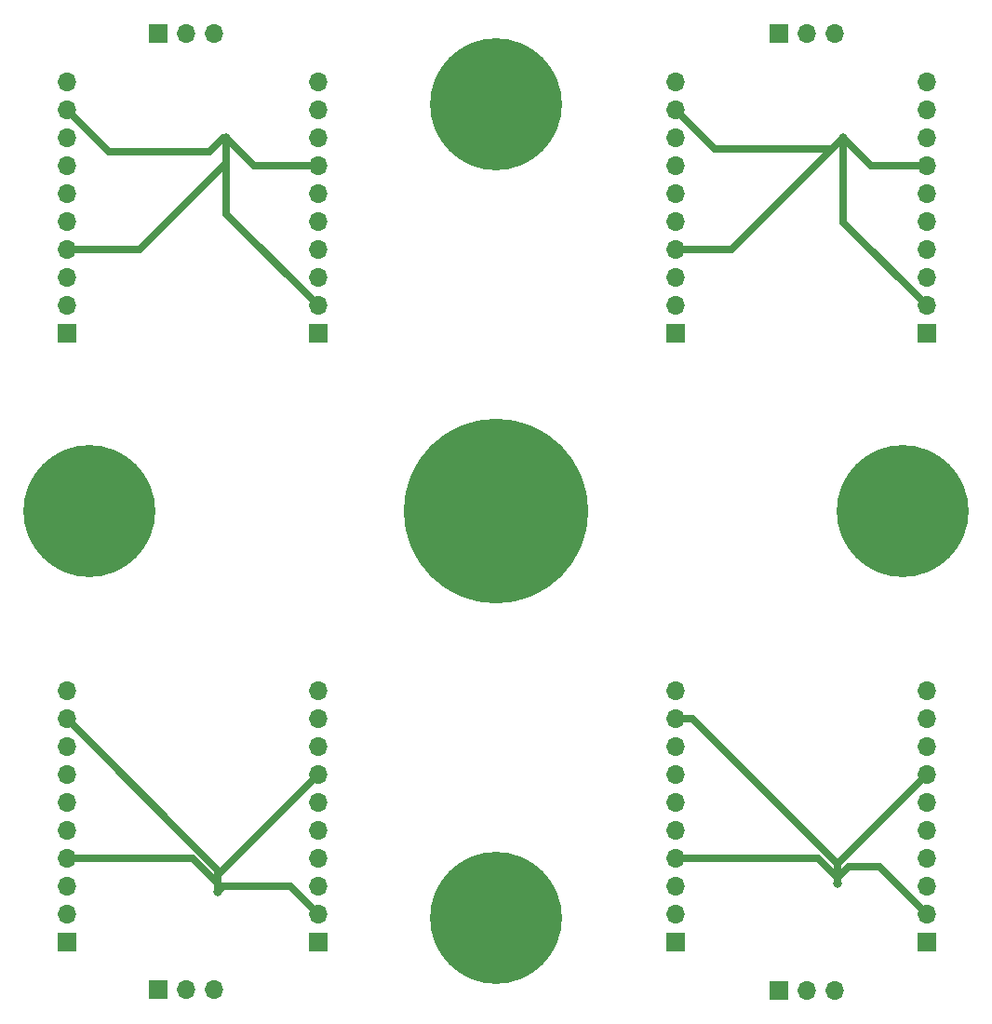
<source format=gbr>
%TF.GenerationSoftware,KiCad,Pcbnew,7.0.5-0*%
%TF.CreationDate,2023-11-28T16:07:23-05:00*%
%TF.ProjectId,quad_sipm,71756164-5f73-4697-906d-2e6b69636164,rev?*%
%TF.SameCoordinates,Original*%
%TF.FileFunction,Copper,L1,Top*%
%TF.FilePolarity,Positive*%
%FSLAX46Y46*%
G04 Gerber Fmt 4.6, Leading zero omitted, Abs format (unit mm)*
G04 Created by KiCad (PCBNEW 7.0.5-0) date 2023-11-28 16:07:23*
%MOMM*%
%LPD*%
G01*
G04 APERTURE LIST*
%TA.AperFunction,ComponentPad*%
%ADD10C,16.800000*%
%TD*%
%TA.AperFunction,ComponentPad*%
%ADD11C,12.000000*%
%TD*%
%TA.AperFunction,ComponentPad*%
%ADD12R,1.700000X1.700000*%
%TD*%
%TA.AperFunction,ComponentPad*%
%ADD13O,1.700000X1.700000*%
%TD*%
%TA.AperFunction,ViaPad*%
%ADD14C,0.800000*%
%TD*%
%TA.AperFunction,Conductor*%
%ADD15C,0.635000*%
%TD*%
G04 APERTURE END LIST*
D10*
%TO.P,H2,1*%
%TO.N,N/C*%
X100000000Y-100000000D03*
%TD*%
D11*
%TO.P,H3,1*%
%TO.N,N/C*%
X100000000Y-137000000D03*
%TD*%
%TO.P,H4,1*%
%TO.N,N/C*%
X137000000Y-100000000D03*
%TD*%
%TO.P,H5,1*%
%TO.N,N/C*%
X63000000Y-100000000D03*
%TD*%
%TO.P,H1,1*%
%TO.N,N/C*%
X100000000Y-63000000D03*
%TD*%
D12*
%TO.P,J7,1,Pin_1*%
%TO.N,unconnected-(J7-Pin_1-Pad1)*%
X139146000Y-83820000D03*
D13*
%TO.P,J7,2,Pin_2*%
%TO.N,Net-(J3-Pin_3)*%
X139146000Y-81280000D03*
%TO.P,J7,3,Pin_3*%
%TO.N,unconnected-(J7-Pin_3-Pad3)*%
X139146000Y-78740000D03*
%TO.P,J7,4,Pin_4*%
%TO.N,Net-(J7-Pin_2-Pad12)*%
X139146000Y-76200000D03*
%TO.P,J7,5,Pin_5*%
%TO.N,unconnected-(J7-Pin_5-Pad5)*%
X139146000Y-73660000D03*
%TO.P,J7,6,Pin_6*%
%TO.N,unconnected-(J7-Pin_6-Pad6)*%
X139146000Y-71120000D03*
%TO.P,J7,7,Pin_7*%
%TO.N,Net-(J3-Pin_3)*%
X139146000Y-68580000D03*
%TO.P,J7,8,Pin_8*%
%TO.N,unconnected-(J7-Pin_8-Pad8)*%
X139146000Y-66040000D03*
%TO.P,J7,9,Pin_9*%
%TO.N,Net-(J7-Pin_2-Pad12)*%
X139146000Y-63500000D03*
%TO.P,J7,10,Pin_10*%
%TO.N,unconnected-(J7-Pin_10-Pad10)*%
X139146000Y-60960000D03*
D12*
%TO.P,J7,11,Pin_1*%
%TO.N,unconnected-(J7-Pin_1-Pad11)*%
X116286000Y-83820000D03*
D13*
%TO.P,J7,12,Pin_2*%
%TO.N,Net-(J7-Pin_2-Pad12)*%
X116286000Y-81280000D03*
%TO.P,J7,13,Pin_3*%
%TO.N,unconnected-(J7-Pin_3-Pad13)*%
X116286000Y-78740000D03*
%TO.P,J7,14,Pin_4*%
%TO.N,Net-(J3-Pin_3)*%
X116286000Y-76200000D03*
%TO.P,J7,15,Pin_5*%
%TO.N,unconnected-(J7-Pin_5-Pad15)*%
X116286000Y-73660000D03*
%TO.P,J7,16,Pin_6*%
%TO.N,unconnected-(J7-Pin_6-Pad16)*%
X116286000Y-71120000D03*
%TO.P,J7,17,Pin_7*%
%TO.N,Net-(J7-Pin_2-Pad12)*%
X116286000Y-68580000D03*
%TO.P,J7,18,Pin_8*%
%TO.N,unconnected-(J7-Pin_8-Pad18)*%
X116286000Y-66040000D03*
%TO.P,J7,19,Pin_9*%
%TO.N,Net-(J3-Pin_3)*%
X116286000Y-63500000D03*
%TO.P,J7,20,Pin_10*%
%TO.N,unconnected-(J7-Pin_10-Pad20)*%
X116286000Y-60960000D03*
%TD*%
D12*
%TO.P,J8,1,Pin_1*%
%TO.N,unconnected-(J8-Pin_1-Pad1)*%
X83774000Y-83820000D03*
D13*
%TO.P,J8,2,Pin_2*%
%TO.N,Net-(J4-Pin_3)*%
X83774000Y-81280000D03*
%TO.P,J8,3,Pin_3*%
%TO.N,unconnected-(J8-Pin_3-Pad3)*%
X83774000Y-78740000D03*
%TO.P,J8,4,Pin_4*%
%TO.N,Net-(J8-Pin_2-Pad12)*%
X83774000Y-76200000D03*
%TO.P,J8,5,Pin_5*%
%TO.N,unconnected-(J8-Pin_5-Pad5)*%
X83774000Y-73660000D03*
%TO.P,J8,6,Pin_6*%
%TO.N,unconnected-(J8-Pin_6-Pad6)*%
X83774000Y-71120000D03*
%TO.P,J8,7,Pin_7*%
%TO.N,Net-(J4-Pin_3)*%
X83774000Y-68580000D03*
%TO.P,J8,8,Pin_8*%
%TO.N,unconnected-(J8-Pin_8-Pad8)*%
X83774000Y-66040000D03*
%TO.P,J8,9,Pin_9*%
%TO.N,Net-(J8-Pin_2-Pad12)*%
X83774000Y-63500000D03*
%TO.P,J8,10,Pin_10*%
%TO.N,unconnected-(J8-Pin_10-Pad10)*%
X83774000Y-60960000D03*
D12*
%TO.P,J8,11,Pin_1*%
%TO.N,unconnected-(J8-Pin_1-Pad11)*%
X60914000Y-83820000D03*
D13*
%TO.P,J8,12,Pin_2*%
%TO.N,Net-(J8-Pin_2-Pad12)*%
X60914000Y-81280000D03*
%TO.P,J8,13,Pin_3*%
%TO.N,unconnected-(J8-Pin_3-Pad13)*%
X60914000Y-78740000D03*
%TO.P,J8,14,Pin_4*%
%TO.N,Net-(J4-Pin_3)*%
X60914000Y-76200000D03*
%TO.P,J8,15,Pin_5*%
%TO.N,unconnected-(J8-Pin_5-Pad15)*%
X60914000Y-73660000D03*
%TO.P,J8,16,Pin_6*%
%TO.N,unconnected-(J8-Pin_6-Pad16)*%
X60914000Y-71120000D03*
%TO.P,J8,17,Pin_7*%
%TO.N,Net-(J8-Pin_2-Pad12)*%
X60914000Y-68580000D03*
%TO.P,J8,18,Pin_8*%
%TO.N,unconnected-(J8-Pin_8-Pad18)*%
X60914000Y-66040000D03*
%TO.P,J8,19,Pin_9*%
%TO.N,Net-(J4-Pin_3)*%
X60914000Y-63500000D03*
%TO.P,J8,20,Pin_10*%
%TO.N,unconnected-(J8-Pin_10-Pad20)*%
X60914000Y-60960000D03*
%TD*%
%TO.P,J6,20,Pin_10*%
%TO.N,unconnected-(J6-Pin_10-Pad20)*%
X60914000Y-116332000D03*
%TO.P,J6,19,Pin_9*%
%TO.N,Net-(J2-Pin_3)*%
X60914000Y-118872000D03*
%TO.P,J6,18,Pin_8*%
%TO.N,unconnected-(J6-Pin_8-Pad18)*%
X60914000Y-121412000D03*
%TO.P,J6,17,Pin_7*%
%TO.N,Net-(J6-Pin_2-Pad12)*%
X60914000Y-123952000D03*
%TO.P,J6,16,Pin_6*%
%TO.N,unconnected-(J6-Pin_6-Pad16)*%
X60914000Y-126492000D03*
%TO.P,J6,15,Pin_5*%
%TO.N,unconnected-(J6-Pin_5-Pad15)*%
X60914000Y-129032000D03*
%TO.P,J6,14,Pin_4*%
%TO.N,Net-(J2-Pin_3)*%
X60914000Y-131572000D03*
%TO.P,J6,13,Pin_3*%
%TO.N,unconnected-(J6-Pin_3-Pad13)*%
X60914000Y-134112000D03*
%TO.P,J6,12,Pin_2*%
%TO.N,Net-(J6-Pin_2-Pad12)*%
X60914000Y-136652000D03*
D12*
%TO.P,J6,11,Pin_1*%
%TO.N,unconnected-(J6-Pin_1-Pad11)*%
X60914000Y-139192000D03*
D13*
%TO.P,J6,10,Pin_10*%
%TO.N,unconnected-(J6-Pin_10-Pad10)*%
X83774000Y-116332000D03*
%TO.P,J6,9,Pin_9*%
%TO.N,Net-(J6-Pin_2-Pad12)*%
X83774000Y-118872000D03*
%TO.P,J6,8,Pin_8*%
%TO.N,unconnected-(J6-Pin_8-Pad8)*%
X83774000Y-121412000D03*
%TO.P,J6,7,Pin_7*%
%TO.N,Net-(J2-Pin_3)*%
X83774000Y-123952000D03*
%TO.P,J6,6,Pin_6*%
%TO.N,unconnected-(J6-Pin_6-Pad6)*%
X83774000Y-126492000D03*
%TO.P,J6,5,Pin_5*%
%TO.N,unconnected-(J6-Pin_5-Pad5)*%
X83774000Y-129032000D03*
%TO.P,J6,4,Pin_4*%
%TO.N,Net-(J6-Pin_2-Pad12)*%
X83774000Y-131572000D03*
%TO.P,J6,3,Pin_3*%
%TO.N,unconnected-(J6-Pin_3-Pad3)*%
X83774000Y-134112000D03*
%TO.P,J6,2,Pin_2*%
%TO.N,Net-(J2-Pin_3)*%
X83774000Y-136652000D03*
D12*
%TO.P,J6,1,Pin_1*%
%TO.N,unconnected-(J6-Pin_1-Pad1)*%
X83774000Y-139192000D03*
%TD*%
%TO.P,J5,1,Pin_1*%
%TO.N,unconnected-(J5-Pin_1-Pad1)*%
X139146000Y-139192000D03*
D13*
%TO.P,J5,2,Pin_2*%
%TO.N,Net-(J1-Pin_3)*%
X139146000Y-136652000D03*
%TO.P,J5,3,Pin_3*%
%TO.N,unconnected-(J5-Pin_3-Pad3)*%
X139146000Y-134112000D03*
%TO.P,J5,4,Pin_4*%
%TO.N,Net-(J5-Pin_2-Pad12)*%
X139146000Y-131572000D03*
%TO.P,J5,5,Pin_5*%
%TO.N,unconnected-(J5-Pin_5-Pad5)*%
X139146000Y-129032000D03*
%TO.P,J5,6,Pin_6*%
%TO.N,unconnected-(J5-Pin_6-Pad6)*%
X139146000Y-126492000D03*
%TO.P,J5,7,Pin_7*%
%TO.N,Net-(J1-Pin_3)*%
X139146000Y-123952000D03*
%TO.P,J5,8,Pin_8*%
%TO.N,unconnected-(J5-Pin_8-Pad8)*%
X139146000Y-121412000D03*
%TO.P,J5,9,Pin_9*%
%TO.N,Net-(J5-Pin_2-Pad12)*%
X139146000Y-118872000D03*
%TO.P,J5,10,Pin_10*%
%TO.N,unconnected-(J5-Pin_10-Pad10)*%
X139146000Y-116332000D03*
D12*
%TO.P,J5,11,Pin_1*%
%TO.N,unconnected-(J5-Pin_1-Pad11)*%
X116286000Y-139192000D03*
D13*
%TO.P,J5,12,Pin_2*%
%TO.N,Net-(J5-Pin_2-Pad12)*%
X116286000Y-136652000D03*
%TO.P,J5,13,Pin_3*%
%TO.N,unconnected-(J5-Pin_3-Pad13)*%
X116286000Y-134112000D03*
%TO.P,J5,14,Pin_4*%
%TO.N,Net-(J1-Pin_3)*%
X116286000Y-131572000D03*
%TO.P,J5,15,Pin_5*%
%TO.N,unconnected-(J5-Pin_5-Pad15)*%
X116286000Y-129032000D03*
%TO.P,J5,16,Pin_6*%
%TO.N,unconnected-(J5-Pin_6-Pad16)*%
X116286000Y-126492000D03*
%TO.P,J5,17,Pin_7*%
%TO.N,Net-(J5-Pin_2-Pad12)*%
X116286000Y-123952000D03*
%TO.P,J5,18,Pin_8*%
%TO.N,unconnected-(J5-Pin_8-Pad18)*%
X116286000Y-121412000D03*
%TO.P,J5,19,Pin_9*%
%TO.N,Net-(J1-Pin_3)*%
X116286000Y-118872000D03*
%TO.P,J5,20,Pin_10*%
%TO.N,unconnected-(J5-Pin_10-Pad20)*%
X116286000Y-116332000D03*
%TD*%
D12*
%TO.P,J1,1,Pin_1*%
%TO.N,Net-(J1-Pin_1)*%
X125685000Y-143555000D03*
D13*
%TO.P,J1,2,Pin_2*%
%TO.N,Net-(J1-Pin_2)*%
X128225000Y-143555000D03*
%TO.P,J1,3,Pin_3*%
%TO.N,Net-(J1-Pin_3)*%
X130765000Y-143555000D03*
%TD*%
D12*
%TO.P,J3,1,Pin_1*%
%TO.N,Net-(J3-Pin_1)*%
X125685000Y-56560000D03*
D13*
%TO.P,J3,2,Pin_2*%
%TO.N,Net-(J3-Pin_2)*%
X128225000Y-56560000D03*
%TO.P,J3,3,Pin_3*%
%TO.N,Net-(J3-Pin_3)*%
X130765000Y-56560000D03*
%TD*%
D12*
%TO.P,J4,1,Pin_1*%
%TO.N,Net-(J4-Pin_1)*%
X69215000Y-56515000D03*
D13*
%TO.P,J4,2,Pin_2*%
%TO.N,Net-(J4-Pin_2)*%
X71755000Y-56515000D03*
%TO.P,J4,3,Pin_3*%
%TO.N,Net-(J4-Pin_3)*%
X74295000Y-56515000D03*
%TD*%
D12*
%TO.P,J2,1,Pin_1*%
%TO.N,Net-(J2-Pin_1)*%
X69215000Y-143510000D03*
D13*
%TO.P,J2,2,Pin_2*%
%TO.N,Net-(J2-Pin_2)*%
X71755000Y-143510000D03*
%TO.P,J2,3,Pin_3*%
%TO.N,Net-(J2-Pin_3)*%
X74295000Y-143510000D03*
%TD*%
D14*
%TO.N,Net-(J1-Pin_3)*%
X131064000Y-133858000D03*
%TO.N,Net-(J2-Pin_3)*%
X74676000Y-134620000D03*
%TO.N,Net-(J3-Pin_3)*%
X131572000Y-66040000D03*
%TO.N,Net-(J4-Pin_3)*%
X75438000Y-66040000D03*
%TD*%
D15*
%TO.N,Net-(J1-Pin_3)*%
X131064000Y-132034000D02*
X131064000Y-132080000D01*
X117856000Y-118872000D02*
X131064000Y-132080000D01*
X131064000Y-132080000D02*
X131064000Y-133350000D01*
X116286000Y-118872000D02*
X117856000Y-118872000D01*
X139146000Y-136652000D02*
X134828000Y-132334000D01*
X134828000Y-132334000D02*
X132080000Y-132334000D01*
X132080000Y-132334000D02*
X131064000Y-133350000D01*
X131064000Y-133350000D02*
X131064000Y-133858000D01*
X116286000Y-131572000D02*
X129286000Y-131572000D01*
X129286000Y-131572000D02*
X131064000Y-133350000D01*
X139146000Y-123952000D02*
X131064000Y-132034000D01*
%TO.N,Net-(J2-Pin_3)*%
X60914000Y-118872000D02*
X74676000Y-132634000D01*
X74676000Y-132634000D02*
X74676000Y-134620000D01*
X74676000Y-133050000D02*
X74676000Y-133858000D01*
X74676000Y-133858000D02*
X74676000Y-134620000D01*
X60914000Y-131572000D02*
X72390000Y-131572000D01*
X72390000Y-131572000D02*
X74676000Y-133858000D01*
X83774000Y-123952000D02*
X74676000Y-133050000D01*
X75184000Y-134112000D02*
X74676000Y-134620000D01*
X75946000Y-134112000D02*
X75184000Y-134112000D01*
X83774000Y-136652000D02*
X81234000Y-134112000D01*
X81234000Y-134112000D02*
X75946000Y-134112000D01*
%TO.N,Net-(J3-Pin_3)*%
X121412000Y-76200000D02*
X130556000Y-67056000D01*
X130556000Y-67056000D02*
X131572000Y-66040000D01*
X119842000Y-67056000D02*
X130556000Y-67056000D01*
X116286000Y-63500000D02*
X119842000Y-67056000D01*
X116286000Y-76200000D02*
X121412000Y-76200000D01*
X139146000Y-81280000D02*
X131572000Y-73706000D01*
X131572000Y-73706000D02*
X131572000Y-66040000D01*
X134112000Y-68580000D02*
X131572000Y-66040000D01*
X139146000Y-68580000D02*
X134112000Y-68580000D01*
%TO.N,Net-(J4-Pin_3)*%
X83774000Y-81280000D02*
X75438000Y-72944000D01*
X75438000Y-72944000D02*
X75438000Y-66040000D01*
X60914000Y-76200000D02*
X67564000Y-76200000D01*
X67564000Y-76200000D02*
X75438000Y-68326000D01*
X75438000Y-68326000D02*
X75438000Y-66040000D01*
X64724000Y-67310000D02*
X73914000Y-67310000D01*
X73914000Y-67310000D02*
X75184000Y-66040000D01*
X60914000Y-63500000D02*
X64724000Y-67310000D01*
X75184000Y-66040000D02*
X75438000Y-66040000D01*
X77978000Y-68580000D02*
X75438000Y-66040000D01*
X83774000Y-68580000D02*
X77978000Y-68580000D01*
%TD*%
M02*

</source>
